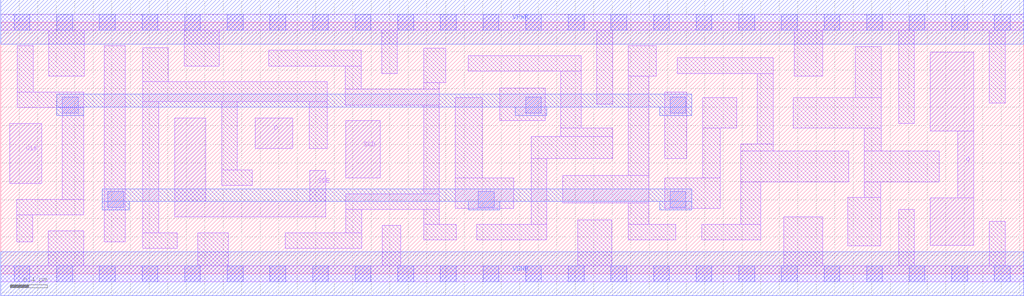
<source format=lef>
# Copyright 2020 The SkyWater PDK Authors
#
# Licensed under the Apache License, Version 2.0 (the "License");
# you may not use this file except in compliance with the License.
# You may obtain a copy of the License at
#
#     https://www.apache.org/licenses/LICENSE-2.0
#
# Unless required by applicable law or agreed to in writing, software
# distributed under the License is distributed on an "AS IS" BASIS,
# WITHOUT WARRANTIES OR CONDITIONS OF ANY KIND, either express or implied.
# See the License for the specific language governing permissions and
# limitations under the License.
#
# SPDX-License-Identifier: Apache-2.0

VERSION 5.7 ;
BUSBITCHARS "[]" ;
DIVIDERCHAR "/" ;
PROPERTYDEFINITIONS
  MACRO maskLayoutSubType STRING ;
  MACRO prCellType STRING ;
  MACRO originalViewName STRING ;
END PROPERTYDEFINITIONS
MACRO sky130_fd_sc_hdll__sdfxtp_2
  ORIGIN  0.000000  0.000000 ;
  CLASS CORE ;
  SYMMETRY X Y R90 ;
  SIZE  11.04000 BY  2.720000 ;
  SITE unithd ;
  PIN CLK
    ANTENNAGATEAREA  0.178200 ;
    DIRECTION INPUT ;
    USE SIGNAL ;
    PORT
      LAYER li1 ;
        RECT 0.095000 0.975000 0.445000 1.625000 ;
    END
  END CLK
  PIN D
    ANTENNAGATEAREA  0.178200 ;
    DIRECTION INPUT ;
    USE SIGNAL ;
    PORT
      LAYER li1 ;
        RECT 2.745000 1.355000 3.150000 1.685000 ;
    END
  END D
  PIN Q
    ANTENNADIFFAREA  0.530500 ;
    DIRECTION OUTPUT ;
    USE SIGNAL ;
    PORT
      LAYER li1 ;
        RECT 10.030000 0.305000 10.500000 0.820000 ;
        RECT 10.030000 1.545000 10.500000 2.395000 ;
        RECT 10.330000 0.820000 10.500000 1.545000 ;
    END
  END Q
  PIN SCD
    ANTENNAGATEAREA  0.178200 ;
    DIRECTION INPUT ;
    USE SIGNAL ;
    PORT
      LAYER li1 ;
        RECT 3.725000 1.035000 4.095000 1.655000 ;
    END
  END SCD
  PIN SCE
    ANTENNAGATEAREA  0.356400 ;
    DIRECTION INPUT ;
    USE SIGNAL ;
    PORT
      LAYER li1 ;
        RECT 1.880000 0.615000 3.505000 0.785000 ;
        RECT 1.880000 0.785000 2.215000 1.685000 ;
        RECT 3.335000 0.785000 3.505000 1.115000 ;
    END
  END SCE
  PIN VGND
    DIRECTION INOUT ;
    USE SIGNAL ;
    PORT
      LAYER met1 ;
        RECT 0.000000 -0.240000 11.040000 0.240000 ;
    END
  END VGND
  PIN VPWR
    DIRECTION INOUT ;
    USE SIGNAL ;
    PORT
      LAYER met1 ;
        RECT 0.000000 2.480000 11.040000 2.960000 ;
    END
  END VPWR
  OBS
    LAYER li1 ;
      RECT  0.000000 -0.085000 11.040000 0.085000 ;
      RECT  0.000000  2.635000 11.040000 2.805000 ;
      RECT  0.175000  0.345000  0.345000 0.635000 ;
      RECT  0.175000  0.635000  0.895000 0.805000 ;
      RECT  0.180000  1.795000  0.895000 1.965000 ;
      RECT  0.180000  1.965000  0.350000 2.465000 ;
      RECT  0.515000  0.085000  0.895000 0.465000 ;
      RECT  0.520000  2.135000  0.900000 2.635000 ;
      RECT  0.665000  0.805000  0.895000 1.795000 ;
      RECT  1.115000  0.345000  1.345000 2.465000 ;
      RECT  1.535000  0.275000  1.905000 0.445000 ;
      RECT  1.535000  0.445000  1.705000 1.860000 ;
      RECT  1.535000  1.860000  3.525000 2.075000 ;
      RECT  1.535000  2.075000  1.810000 2.445000 ;
      RECT  1.980000  2.245000  2.360000 2.635000 ;
      RECT  2.125000  0.085000  2.455000 0.445000 ;
      RECT  2.385000  0.955000  2.715000 1.125000 ;
      RECT  2.385000  1.125000  2.555000 1.860000 ;
      RECT  2.895000  2.245000  3.890000 2.415000 ;
      RECT  3.070000  0.275000  3.895000 0.445000 ;
      RECT  3.330000  1.355000  3.525000 1.860000 ;
      RECT  3.720000  1.825000  4.735000 1.995000 ;
      RECT  3.720000  1.995000  3.890000 2.245000 ;
      RECT  3.725000  0.445000  3.895000 0.695000 ;
      RECT  3.725000  0.695000  4.735000 0.865000 ;
      RECT  4.110000  2.165000  4.280000 2.635000 ;
      RECT  4.115000  0.085000  4.315000 0.525000 ;
      RECT  4.565000  0.365000  4.915000 0.535000 ;
      RECT  4.565000  0.535000  4.735000 0.695000 ;
      RECT  4.565000  0.865000  4.735000 1.825000 ;
      RECT  4.565000  1.995000  4.735000 2.065000 ;
      RECT  4.565000  2.065000  4.800000 2.440000 ;
      RECT  4.905000  0.705000  5.535000 1.035000 ;
      RECT  4.905000  1.035000  5.195000 1.905000 ;
      RECT  5.045000  2.190000  6.265000 2.360000 ;
      RECT  5.135000  0.365000  5.895000 0.535000 ;
      RECT  5.385000  1.655000  5.875000 2.010000 ;
      RECT  5.725000  0.535000  5.895000 1.245000 ;
      RECT  5.725000  1.245000  6.605000 1.485000 ;
      RECT  6.045000  1.485000  6.605000 1.575000 ;
      RECT  6.045000  1.575000  6.265000 2.190000 ;
      RECT  6.065000  0.765000  6.995000 1.065000 ;
      RECT  6.225000  0.085000  6.595000 0.585000 ;
      RECT  6.435000  1.835000  6.605000 2.635000 ;
      RECT  6.775000  0.365000  7.285000 0.535000 ;
      RECT  6.775000  0.535000  6.995000 0.765000 ;
      RECT  6.775000  1.065000  6.995000 2.135000 ;
      RECT  6.775000  2.135000  7.075000 2.465000 ;
      RECT  7.165000  0.705000  7.765000 1.035000 ;
      RECT  7.165000  1.245000  7.405000 1.965000 ;
      RECT  7.300000  2.165000  8.335000 2.335000 ;
      RECT  7.565000  0.365000  8.205000 0.535000 ;
      RECT  7.575000  1.035000  7.765000 1.575000 ;
      RECT  7.575000  1.575000  7.945000 1.905000 ;
      RECT  7.985000  0.535000  8.205000 0.995000 ;
      RECT  7.985000  0.995000  9.150000 1.325000 ;
      RECT  7.985000  1.325000  8.335000 1.405000 ;
      RECT  8.165000  1.405000  8.335000 2.165000 ;
      RECT  8.450000  0.085000  8.870000 0.615000 ;
      RECT  8.555000  1.575000  9.505000 1.905000 ;
      RECT  8.565000  2.135000  8.870000 2.635000 ;
      RECT  9.140000  0.300000  9.500000 0.825000 ;
      RECT  9.220000  1.905000  9.505000 2.455000 ;
      RECT  9.320000  0.825000  9.500000 0.995000 ;
      RECT  9.320000  0.995000 10.130000 1.325000 ;
      RECT  9.320000  1.325000  9.505000 1.575000 ;
      RECT  9.690000  0.085000  9.860000 0.695000 ;
      RECT  9.690000  1.625000  9.860000 2.635000 ;
      RECT 10.670000  0.085000 10.840000 0.565000 ;
      RECT 10.670000  1.845000 10.840000 2.635000 ;
    LAYER mcon ;
      RECT  0.145000 -0.085000  0.315000 0.085000 ;
      RECT  0.145000  2.635000  0.315000 2.805000 ;
      RECT  0.605000 -0.085000  0.775000 0.085000 ;
      RECT  0.605000  2.635000  0.775000 2.805000 ;
      RECT  0.665000  1.740000  0.835000 1.910000 ;
      RECT  1.065000 -0.085000  1.235000 0.085000 ;
      RECT  1.065000  2.635000  1.235000 2.805000 ;
      RECT  1.155000  0.720000  1.325000 0.890000 ;
      RECT  1.525000 -0.085000  1.695000 0.085000 ;
      RECT  1.525000  2.635000  1.695000 2.805000 ;
      RECT  1.985000 -0.085000  2.155000 0.085000 ;
      RECT  1.985000  2.635000  2.155000 2.805000 ;
      RECT  2.445000 -0.085000  2.615000 0.085000 ;
      RECT  2.445000  2.635000  2.615000 2.805000 ;
      RECT  2.905000 -0.085000  3.075000 0.085000 ;
      RECT  2.905000  2.635000  3.075000 2.805000 ;
      RECT  3.365000 -0.085000  3.535000 0.085000 ;
      RECT  3.365000  2.635000  3.535000 2.805000 ;
      RECT  3.825000 -0.085000  3.995000 0.085000 ;
      RECT  3.825000  2.635000  3.995000 2.805000 ;
      RECT  4.285000 -0.085000  4.455000 0.085000 ;
      RECT  4.285000  2.635000  4.455000 2.805000 ;
      RECT  4.745000 -0.085000  4.915000 0.085000 ;
      RECT  4.745000  2.635000  4.915000 2.805000 ;
      RECT  5.155000  0.720000  5.325000 0.890000 ;
      RECT  5.205000 -0.085000  5.375000 0.085000 ;
      RECT  5.205000  2.635000  5.375000 2.805000 ;
      RECT  5.665000 -0.085000  5.835000 0.085000 ;
      RECT  5.665000  1.740000  5.835000 1.910000 ;
      RECT  5.665000  2.635000  5.835000 2.805000 ;
      RECT  6.125000 -0.085000  6.295000 0.085000 ;
      RECT  6.125000  2.635000  6.295000 2.805000 ;
      RECT  6.585000 -0.085000  6.755000 0.085000 ;
      RECT  6.585000  2.635000  6.755000 2.805000 ;
      RECT  7.045000 -0.085000  7.215000 0.085000 ;
      RECT  7.045000  2.635000  7.215000 2.805000 ;
      RECT  7.225000  0.720000  7.395000 0.890000 ;
      RECT  7.225000  1.740000  7.395000 1.910000 ;
      RECT  7.505000 -0.085000  7.675000 0.085000 ;
      RECT  7.505000  2.635000  7.675000 2.805000 ;
      RECT  7.965000 -0.085000  8.135000 0.085000 ;
      RECT  7.965000  2.635000  8.135000 2.805000 ;
      RECT  8.425000 -0.085000  8.595000 0.085000 ;
      RECT  8.425000  2.635000  8.595000 2.805000 ;
      RECT  8.885000 -0.085000  9.055000 0.085000 ;
      RECT  8.885000  2.635000  9.055000 2.805000 ;
      RECT  9.345000 -0.085000  9.515000 0.085000 ;
      RECT  9.345000  2.635000  9.515000 2.805000 ;
      RECT  9.805000 -0.085000  9.975000 0.085000 ;
      RECT  9.805000  2.635000  9.975000 2.805000 ;
      RECT 10.265000 -0.085000 10.435000 0.085000 ;
      RECT 10.265000  2.635000 10.435000 2.805000 ;
      RECT 10.725000 -0.085000 10.895000 0.085000 ;
      RECT 10.725000  2.635000 10.895000 2.805000 ;
    LAYER met1 ;
      RECT 0.605000 1.710000 0.895000 1.800000 ;
      RECT 0.605000 1.800000 7.455000 1.940000 ;
      RECT 1.095000 0.690000 1.385000 0.780000 ;
      RECT 1.095000 0.780000 7.455000 0.920000 ;
      RECT 5.045000 0.690000 5.385000 0.780000 ;
      RECT 5.555000 1.710000 5.895000 1.800000 ;
      RECT 7.115000 0.690000 7.455000 0.780000 ;
      RECT 7.115000 1.710000 7.455000 1.800000 ;
  END
  PROPERTY maskLayoutSubType "abstract" ;
  PROPERTY prCellType "standard" ;
  PROPERTY originalViewName "layout" ;
END sky130_fd_sc_hdll__sdfxtp_2
END LIBRARY

</source>
